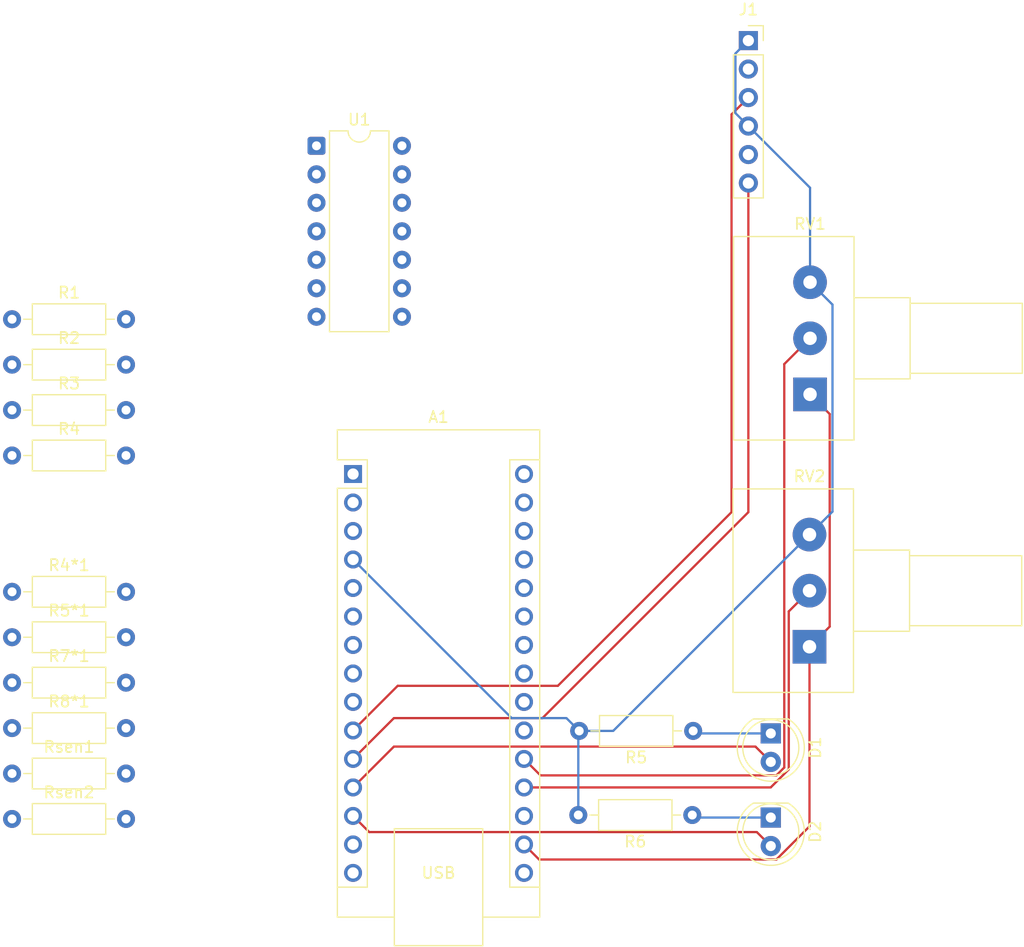
<source format=kicad_pcb>
(kicad_pcb (version 20241229) (generator "pcbnew") (generator_version "9.0")
  (title_block (title "Morphing wing PCB") (date "2025-03-15") (rev "v1") (comment 1 "Email: o.meszaros@student.unsw.edu.au") (comment 2 "zID: z5636164") (comment 3 "Designed by Oskar Meszaros"))
  (layers (0 "F.Cu" signal) (2 "B.Cu" signal) (13 "F.Paste" user) (15 "B.Paste" user) (5 "F.SilkS" user "F.Silkscreen") (7 "B.SilkS" user "B.Silkscreen") (1 "F.Mask" user) (3 "B.Mask" user) (25 "Edge.Cuts" user))
  (net 0 "")
  (net 3 "Net-(A1-D9)")
  (net 4 "Net-(A1-A0)")
  (net 8 "Net-(A1-+5V)")
  (net 10 "Net-(A1-A3)")
  (net 11 "/GND")
  (net 12 "Net-(A1-A1)")
  (net 13 "/PWM")
  (net 17 "/Vcc")
  (net 20 "Net-(A1-A2)")
  (net 21 "Net-(A1-D10)")
  (net 28 "Net-(D1-K)")
  (net 30 "Net-(D2-K)")
  (net 31 "Net-(U1A-+)")
  (net 32 "Net-(U1A--)")
  (net 33 "Net-(U1B-+)")
  (net 34 "Net-(U1B--)")
  (net 35 "Net-(A1-3V3)")
  (footprint "Resistor_THT:R_Axial_DIN0207_L6.3mm_D2.5mm_P10.16mm_Horizontal" (layer "F.Cu") (at 108.86 59.35)
    (property "Reference" "R2" (at 5.08 -2.37 0) (layer "F.SilkS"))
    (property "Value" "220")
    (fp_line (start 1.04 0) (end 1.81 0) (stroke (width 0.12)) (layer "F.SilkS"))
    (fp_line (start 1.81 -1.37) (end 1.81 1.37) (stroke (width 0.12)) (layer "F.SilkS"))
    (fp_line (start 1.81 1.37) (end 8.35 1.37) (stroke (width 0.12)) (layer "F.SilkS"))
    (fp_line (start 8.35 -1.37) (end 1.81 -1.37) (stroke (width 0.12)) (layer "F.SilkS"))
    (fp_line (start 8.35 1.37) (end 8.35 -1.37) (stroke (width 0.12)) (layer "F.SilkS"))
    (fp_line (start 9.12 0) (end 8.35 0) (stroke (width 0.12)) (layer "F.SilkS"))
    (pad "1" thru_hole circle (at 0 0) (size 1.6 1.6) (drill 0.8) (layers "*.Cu" "*.Mask") (net 8 "Net-(A1-+5V)"))
    (pad "2" thru_hole oval (at 10.16 0) (size 1.6 1.6) (drill 0.8) (layers "*.Cu" "*.Mask") (net 33 "Net-(U1B-+)"))
  )
  (footprint "LED_THT:LED_D5.0mm" (layer "F.Cu") (at 176.5 92.225 -90)
    (property "Reference" "D1" (at 1.27 -3.96 90) (layer "F.SilkS"))
    (property "Value" "LED")
    (fp_line (start -1.29 -1.545) (end -1.29 1.545) (stroke (width 0.12)) (layer "F.SilkS"))
    (fp_arc (start 4.26 0.000048) (mid 2.071756 2.880501) (end -1.29 1.54483) (stroke (width 0.12)) (layer "F.SilkS"))
    (fp_arc (start -1.29 -1.54483) (mid 2.071756 -2.880501) (end 4.26 -0.000048) (stroke (width 0.12)) (layer "F.SilkS"))
    (fp_circle (center 1.27 0) (end 3.77 0) (stroke (width 0.12)) (fill no) (layer "F.SilkS"))
    (pad "1" thru_hole rect (at 0 0 270) (size 1.8 1.8) (drill 0.9) (layers "*.Cu" "*.Mask") (net 28 "Net-(D1-K)"))
    (pad "2" thru_hole circle (at 2.54 0 270) (size 1.8 1.8) (drill 0.9) (layers "*.Cu" "*.Mask") (net 3 "Net-(A1-D9)"))
  )
  (footprint "Potentiometer_THT:Potentiometer_Alps_RK163_Single_Horizontal" (layer "F.Cu") (at 180 62 180)
    (property "Reference" "RV1" (at 0 15.2 0) (layer "F.SilkS"))
    (property "Value" "10k")
    (fp_line (start 6.82 14.07) (end 6.82 -4.07) (stroke (width 0.12)) (layer "F.SilkS"))
    (fp_line (start 6.82 14.07) (end -3.92 14.07) (stroke (width 0.12)) (layer "F.SilkS"))
    (fp_line (start 6.82 -4.07) (end -3.92 -4.07) (stroke (width 0.12)) (layer "F.SilkS"))
    (fp_line (start -3.92 14.07) (end -3.92 -4.07) (stroke (width 0.12)) (layer "F.SilkS"))
    (fp_line (start -3.92 8.62) (end -8.92 8.62) (stroke (width 0.12)) (layer "F.SilkS"))
    (fp_line (start -3.92 1.38) (end -8.92 1.38) (stroke (width 0.12)) (layer "F.SilkS"))
    (fp_line (start -8.92 8.62) (end -8.92 1.38) (stroke (width 0.12)) (layer "F.SilkS"))
    (fp_line (start -8.92 8.12) (end -18.92 8.12) (stroke (width 0.12)) (layer "F.SilkS"))
    (fp_line (start -8.92 1.88) (end -18.92 1.88) (stroke (width 0.12)) (layer "F.SilkS"))
    (fp_line (start -18.92 8.12) (end -18.92 1.88) (stroke (width 0.12)) (layer "F.SilkS"))
    (pad "1" thru_hole rect (at 0 0) (size 3 3) (drill 1.2) (layers "*.Cu" "*.Mask") (net 35 "Net-(A1-3V3)"))
    (pad "2" thru_hole circle (at 0 5) (size 3 3) (drill 1.2) (layers "*.Cu" "*.Mask") (net 12 "Net-(A1-A1)"))
    (pad "3" thru_hole circle (at 0 10) (size 3 3) (drill 1.2) (layers "*.Cu" "*.Mask") (net 11 "/GND"))
  )
  (footprint "Resistor_THT:R_Axial_DIN0207_L6.3mm_D2.5mm_P10.16mm_Horizontal" (layer "F.Cu") (at 108.86 99.85)
    (property "Reference" "Rsen2" (at 5.08 -2.37 0) (layer "F.SilkS"))
    (property "Value" "10k")
    (fp_line (start 1.04 0) (end 1.81 0) (stroke (width 0.12)) (layer "F.SilkS"))
    (fp_line (start 1.81 -1.37) (end 1.81 1.37) (stroke (width 0.12)) (layer "F.SilkS"))
    (fp_line (start 1.81 1.37) (end 8.35 1.37) (stroke (width 0.12)) (layer "F.SilkS"))
    (fp_line (start 8.35 -1.37) (end 1.81 -1.37) (stroke (width 0.12)) (layer "F.SilkS"))
    (fp_line (start 8.35 1.37) (end 8.35 -1.37) (stroke (width 0.12)) (layer "F.SilkS"))
    (fp_line (start 9.12 0) (end 8.35 0) (stroke (width 0.12)) (layer "F.SilkS"))
    (pad "1" thru_hole circle (at 0 0) (size 1.6 1.6) (drill 0.8) (layers "*.Cu" "*.Mask") (net 8 "Net-(A1-+5V)"))
    (pad "2" thru_hole oval (at 10.16 0) (size 1.6 1.6) (drill 0.8) (layers "*.Cu" "*.Mask") (net 17 "/Vcc"))
  )
  (footprint "Connector_PinSocket_2.54mm:PinSocket_1x06_P2.54mm_Vertical" (layer "F.Cu") (at 174.5 30.46)
    (property "Reference" "J1" (at 0 -2.77 0) (layer "F.SilkS"))
    (property "Value" "Servos")
    (fp_line (start -1.33 1.27) (end -1.33 14.03) (stroke (width 0.12)) (layer "F.SilkS"))
    (fp_line (start -1.33 1.27) (end 1.33 1.27) (stroke (width 0.12)) (layer "F.SilkS"))
    (fp_line (start -1.33 14.03) (end 1.33 14.03) (stroke (width 0.12)) (layer "F.SilkS"))
    (fp_line (start 0 -1.33) (end 1.33 -1.33) (stroke (width 0.12)) (layer "F.SilkS"))
    (fp_line (start 1.33 -1.33) (end 1.33 0) (stroke (width 0.12)) (layer "F.SilkS"))
    (fp_line (start 1.33 1.27) (end 1.33 14.03) (stroke (width 0.12)) (layer "F.SilkS"))
    (pad "1" thru_hole rect (at 0 0) (size 1.7 1.7) (drill 1) (layers "*.Cu" "*.Mask") (net 11 "/GND"))
    (pad "2" thru_hole oval (at 0 2.54) (size 1.7 1.7) (drill 1) (layers "*.Cu" "*.Mask") (net 17 "/Vcc"))
    (pad "3" thru_hole oval (at 0 5.08) (size 1.7 1.7) (drill 1) (layers "*.Cu" "*.Mask") (net 13 "/PWM"))
    (pad "4" thru_hole oval (at 0 7.62) (size 1.7 1.7) (drill 1) (layers "*.Cu" "*.Mask") (net 11 "/GND"))
    (pad "5" thru_hole oval (at 0 10.16) (size 1.7 1.7) (drill 1) (layers "*.Cu" "*.Mask") (net 17 "/Vcc"))
    (pad "6" thru_hole oval (at 0 12.7) (size 1.7 1.7) (drill 1) (layers "*.Cu" "*.Mask") (net 13 "/PWM"))
  )
  (footprint "Resistor_THT:R_Axial_DIN0207_L6.3mm_D2.5mm_P10.16mm_Horizontal" (layer "F.Cu") (at 108.86 79.6)
    (property "Reference" "R4*1" (at 5.08 -2.37 0) (layer "F.SilkS"))
    (property "Value" "220")
    (fp_line (start 1.04 0) (end 1.81 0) (stroke (width 0.12)) (layer "F.SilkS"))
    (fp_line (start 1.81 -1.37) (end 1.81 1.37) (stroke (width 0.12)) (layer "F.SilkS"))
    (fp_line (start 1.81 1.37) (end 8.35 1.37) (stroke (width 0.12)) (layer "F.SilkS"))
    (fp_line (start 8.35 -1.37) (end 1.81 -1.37) (stroke (width 0.12)) (layer "F.SilkS"))
    (fp_line (start 8.35 1.37) (end 8.35 -1.37) (stroke (width 0.12)) (layer "F.SilkS"))
    (fp_line (start 9.12 0) (end 8.35 0) (stroke (width 0.12)) (layer "F.SilkS"))
    (pad "1" thru_hole circle (at 0 0) (size 1.6 1.6) (drill 0.8) (layers "*.Cu" "*.Mask") (net 17 "/Vcc"))
    (pad "2" thru_hole oval (at 10.16 0) (size 1.6 1.6) (drill 0.8) (layers "*.Cu" "*.Mask") (net 32 "Net-(U1A--)"))
  )
  (footprint "Resistor_THT:R_Axial_DIN0207_L6.3mm_D2.5mm_P10.16mm_Horizontal" (layer "F.Cu") (at 108.86 67.45)
    (property "Reference" "R4" (at 5.08 -2.37 0) (layer "F.SilkS"))
    (property "Value" "1k")
    (fp_line (start 1.04 0) (end 1.81 0) (stroke (width 0.12)) (layer "F.SilkS"))
    (fp_line (start 1.81 -1.37) (end 1.81 1.37) (stroke (width 0.12)) (layer "F.SilkS"))
    (fp_line (start 1.81 1.37) (end 8.35 1.37) (stroke (width 0.12)) (layer "F.SilkS"))
    (fp_line (start 8.35 -1.37) (end 1.81 -1.37) (stroke (width 0.12)) (layer "F.SilkS"))
    (fp_line (start 8.35 1.37) (end 8.35 -1.37) (stroke (width 0.12)) (layer "F.SilkS"))
    (fp_line (start 9.12 0) (end 8.35 0) (stroke (width 0.12)) (layer "F.SilkS"))
    (pad "1" thru_hole circle (at 0 0) (size 1.6 1.6) (drill 0.8) (layers "*.Cu" "*.Mask") (net 33 "Net-(U1B-+)"))
    (pad "2" thru_hole oval (at 10.16 0) (size 1.6 1.6) (drill 0.8) (layers "*.Cu" "*.Mask") (net 11 "/GND"))
  )
  (footprint "Potentiometer_THT:Potentiometer_Alps_RK163_Single_Horizontal" (layer "F.Cu") (at 179.95 84.5 180)
    (property "Reference" "RV2" (at 0 15.2 0) (layer "F.SilkS"))
    (property "Value" "10k")
    (fp_line (start 6.82 14.07) (end 6.82 -4.07) (stroke (width 0.12)) (layer "F.SilkS"))
    (fp_line (start 6.82 14.07) (end -3.92 14.07) (stroke (width 0.12)) (layer "F.SilkS"))
    (fp_line (start 6.82 -4.07) (end -3.92 -4.07) (stroke (width 0.12)) (layer "F.SilkS"))
    (fp_line (start -3.92 14.07) (end -3.92 -4.07) (stroke (width 0.12)) (layer "F.SilkS"))
    (fp_line (start -3.92 8.62) (end -8.92 8.62) (stroke (width 0.12)) (layer "F.SilkS"))
    (fp_line (start -3.92 1.38) (end -8.92 1.38) (stroke (width 0.12)) (layer "F.SilkS"))
    (fp_line (start -8.92 8.62) (end -8.92 1.38) (stroke (width 0.12)) (layer "F.SilkS"))
    (fp_line (start -8.92 8.12) (end -18.92 8.12) (stroke (width 0.12)) (layer "F.SilkS"))
    (fp_line (start -8.92 1.88) (end -18.92 1.88) (stroke (width 0.12)) (layer "F.SilkS"))
    (fp_line (start -18.92 8.12) (end -18.92 1.88) (stroke (width 0.12)) (layer "F.SilkS"))
    (pad "1" thru_hole rect (at 0 0) (size 3 3) (drill 1.2) (layers "*.Cu" "*.Mask") (net 35 "Net-(A1-3V3)"))
    (pad "2" thru_hole circle (at 0 5) (size 3 3) (drill 1.2) (layers "*.Cu" "*.Mask") (net 4 "Net-(A1-A0)"))
    (pad "3" thru_hole circle (at 0 10) (size 3 3) (drill 1.2) (layers "*.Cu" "*.Mask") (net 11 "/GND"))
  )
  (footprint "Module:Arduino_Nano" (layer "F.Cu") (at 139.26 69.1)
    (property "Reference" "A1" (at 7.62 -5.08 0) (layer "F.SilkS"))
    (property "Value" "Arduino_Nano_v2.x")
    (fp_line (start -1.4 -3.94) (end -1.4 -1.27) (stroke (width 0.12)) (layer "F.SilkS"))
    (fp_line (start -1.4 1.27) (end -1.4 39.5) (stroke (width 0.12)) (layer "F.SilkS"))
    (fp_line (start -1.4 39.5) (end 3.68 39.5) (stroke (width 0.12)) (layer "F.SilkS"))
    (fp_line (start 1.27 -1.27) (end -1.4 -1.27) (stroke (width 0.12)) (layer "F.SilkS"))
    (fp_line (start 1.27 1.27) (end -1.4 1.27) (stroke (width 0.12)) (layer "F.SilkS"))
    (fp_line (start 1.27 1.27) (end 1.27 -1.27) (stroke (width 0.12)) (layer "F.SilkS"))
    (fp_line (start 1.27 1.27) (end 1.27 36.83) (stroke (width 0.12)) (layer "F.SilkS"))
    (fp_line (start 1.27 36.83) (end -1.4 36.83) (stroke (width 0.12)) (layer "F.SilkS"))
    (fp_line (start 3.68 31.62) (end 11.56 31.62) (stroke (width 0.12)) (layer "F.SilkS"))
    (fp_line (start 3.68 42.04) (end 3.68 31.62) (stroke (width 0.12)) (layer "F.SilkS"))
    (fp_line (start 11.56 31.62) (end 11.56 42.04) (stroke (width 0.12)) (layer "F.SilkS"))
    (fp_line (start 11.56 42.04) (end 3.68 42.04) (stroke (width 0.12)) (layer "F.SilkS"))
    (fp_line (start 13.97 -1.27) (end 13.97 36.83) (stroke (width 0.12)) (layer "F.SilkS"))
    (fp_line (start 13.97 -1.27) (end 16.64 -1.27) (stroke (width 0.12)) (layer "F.SilkS"))
    (fp_line (start 13.97 36.83) (end 16.64 36.83) (stroke (width 0.12)) (layer "F.SilkS"))
    (fp_line (start 16.64 -3.94) (end -1.4 -3.94) (stroke (width 0.12)) (layer "F.SilkS"))
    (fp_line (start 16.64 39.5) (end 11.56 39.5) (stroke (width 0.12)) (layer "F.SilkS"))
    (fp_line (start 16.64 39.5) (end 16.64 -3.94) (stroke (width 0.12)) (layer "F.SilkS"))
    (fp_text user "USB" (at 7.62 35.56 0) (layer "F.SilkS"))
    (pad "1" thru_hole rect (at 0 0) (size 1.6 1.6) (drill 1) (layers "*.Cu" "*.Mask"))
    (pad "2" thru_hole oval (at 0 2.54) (size 1.6 1.6) (drill 1) (layers "*.Cu" "*.Mask"))
    (pad "3" thru_hole oval (at 0 5.08) (size 1.6 1.6) (drill 1) (layers "*.Cu" "*.Mask"))
    (pad "4" thru_hole oval (at 0 7.62) (size 1.6 1.6) (drill 1) (layers "*.Cu" "*.Mask") (net 11 "/GND"))
    (pad "5" thru_hole oval (at 0 10.16) (size 1.6 1.6) (drill 1) (layers "*.Cu" "*.Mask"))
    (pad "6" thru_hole oval (at 0 12.7) (size 1.6 1.6) (drill 1) (layers "*.Cu" "*.Mask"))
    (pad "7" thru_hole oval (at 0 15.24) (size 1.6 1.6) (drill 1) (layers "*.Cu" "*.Mask"))
    (pad "8" thru_hole oval (at 0 17.78) (size 1.6 1.6) (drill 1) (layers "*.Cu" "*.Mask"))
    (pad "9" thru_hole oval (at 0 20.32) (size 1.6 1.6) (drill 1) (layers "*.Cu" "*.Mask"))
    (pad "10" thru_hole oval (at 0 22.86) (size 1.6 1.6) (drill 1) (layers "*.Cu" "*.Mask") (net 13 "/PWM"))
    (pad "11" thru_hole oval (at 0 25.4) (size 1.6 1.6) (drill 1) (layers "*.Cu" "*.Mask") (net 13 "/PWM"))
    (pad "12" thru_hole oval (at 0 27.94) (size 1.6 1.6) (drill 1) (layers "*.Cu" "*.Mask") (net 3 "Net-(A1-D9)"))
    (pad "13" thru_hole oval (at 0 30.48) (size 1.6 1.6) (drill 1) (layers "*.Cu" "*.Mask") (net 21 "Net-(A1-D10)"))
    (pad "14" thru_hole oval (at 0 33.02) (size 1.6 1.6) (drill 1) (layers "*.Cu" "*.Mask"))
    (pad "15" thru_hole oval (at 0 35.56) (size 1.6 1.6) (drill 1) (layers "*.Cu" "*.Mask"))
    (pad "16" thru_hole oval (at 15.24 35.56) (size 1.6 1.6) (drill 1) (layers "*.Cu" "*.Mask"))
    (pad "17" thru_hole oval (at 15.24 33.02) (size 1.6 1.6) (drill 1) (layers "*.Cu" "*.Mask") (net 35 "Net-(A1-3V3)"))
    (pad "18" thru_hole oval (at 15.24 30.48) (size 1.6 1.6) (drill 1) (layers "*.Cu" "*.Mask"))
    (pad "19" thru_hole oval (at 15.24 27.94) (size 1.6 1.6) (drill 1) (layers "*.Cu" "*.Mask") (net 4 "Net-(A1-A0)"))
    (pad "20" thru_hole oval (at 15.24 25.4) (size 1.6 1.6) (drill 1) (layers "*.Cu" "*.Mask") (net 12 "Net-(A1-A1)"))
    (pad "21" thru_hole oval (at 15.24 22.86) (size 1.6 1.6) (drill 1) (layers "*.Cu" "*.Mask") (net 20 "Net-(A1-A2)"))
    (pad "22" thru_hole oval (at 15.24 20.32) (size 1.6 1.6) (drill 1) (layers "*.Cu" "*.Mask") (net 10 "Net-(A1-A3)"))
    (pad "23" thru_hole oval (at 15.24 17.78) (size 1.6 1.6) (drill 1) (layers "*.Cu" "*.Mask"))
    (pad "24" thru_hole oval (at 15.24 15.24) (size 1.6 1.6) (drill 1) (layers "*.Cu" "*.Mask"))
    (pad "25" thru_hole oval (at 15.24 12.7) (size 1.6 1.6) (drill 1) (layers "*.Cu" "*.Mask"))
    (pad "26" thru_hole oval (at 15.24 10.16) (size 1.6 1.6) (drill 1) (layers "*.Cu" "*.Mask"))
    (pad "27" thru_hole oval (at 15.24 7.62) (size 1.6 1.6) (drill 1) (layers "*.Cu" "*.Mask") (net 8 "Net-(A1-+5V)"))
    (pad "28" thru_hole oval (at 15.24 5.08) (size 1.6 1.6) (drill 1) (layers "*.Cu" "*.Mask"))
    (pad "29" thru_hole oval (at 15.24 2.54) (size 1.6 1.6) (drill 1) (layers "*.Cu" "*.Mask"))
    (pad "30" thru_hole oval (at 15.24 0) (size 1.6 1.6) (drill 1) (layers "*.Cu" "*.Mask"))
  )
  (footprint "LED_THT:LED_D5.0mm" (layer "F.Cu") (at 176.5 99.725 -90)
    (property "Reference" "D2" (at 1.27 -3.96 90) (layer "F.SilkS"))
    (property "Value" "LED")
    (fp_line (start -1.29 -1.545) (end -1.29 1.545) (stroke (width 0.12)) (layer "F.SilkS"))
    (fp_arc (start 4.26 0.000048) (mid 2.071756 2.880501) (end -1.29 1.54483) (stroke (width 0.12)) (layer "F.SilkS"))
    (fp_arc (start -1.29 -1.54483) (mid 2.071756 -2.880501) (end 4.26 -0.000048) (stroke (width 0.12)) (layer "F.SilkS"))
    (fp_circle (center 1.27 0) (end 3.77 0) (stroke (width 0.12)) (fill no) (layer "F.SilkS"))
    (pad "1" thru_hole rect (at 0 0 270) (size 1.8 1.8) (drill 0.9) (layers "*.Cu" "*.Mask") (net 30 "Net-(D2-K)"))
    (pad "2" thru_hole circle (at 2.54 0 270) (size 1.8 1.8) (drill 0.9) (layers "*.Cu" "*.Mask") (net 21 "Net-(A1-D10)"))
  )
  (footprint "Package_DIP:DIP-14_W7.62mm" (layer "F.Cu") (at 136 39.84)
    (property "Reference" "U1" (at 3.81 -2.33 0) (layer "F.SilkS"))
    (property "Value" "LM324")
    (fp_line (start 1.16 -1.33) (end 1.16 16.57) (stroke (width 0.12)) (layer "F.SilkS"))
    (fp_line (start 1.16 16.57) (end 6.46 16.57) (stroke (width 0.12)) (layer "F.SilkS"))
    (fp_line (start 2.81 -1.33) (end 1.16 -1.33) (stroke (width 0.12)) (layer "F.SilkS"))
    (fp_line (start 6.46 -1.33) (end 4.81 -1.33) (stroke (width 0.12)) (layer "F.SilkS"))
    (fp_line (start 6.46 16.57) (end 6.46 -1.33) (stroke (width 0.12)) (layer "F.SilkS"))
    (fp_arc (start 4.81 -1.33) (mid 3.81 -0.33) (end 2.81 -1.33) (stroke (width 0.12)) (layer "F.SilkS"))
    (pad "1" thru_hole roundrect (at 0 0) (size 1.6 1.6) (drill 0.8) (layers "*.Cu" "*.Mask") (roundrect_rratio 0.15625) (net 10 "Net-(A1-A3)"))
    (pad "2" thru_hole circle (at 0 2.54) (size 1.6 1.6) (drill 0.8) (layers "*.Cu" "*.Mask") (net 32 "Net-(U1A--)"))
    (pad "3" thru_hole circle (at 0 5.08) (size 1.6 1.6) (drill 0.8) (layers "*.Cu" "*.Mask") (net 31 "Net-(U1A-+)"))
    (pad "4" thru_hole circle (at 0 7.62) (size 1.6 1.6) (drill 0.8) (layers "*.Cu" "*.Mask") (net 8 "Net-(A1-+5V)"))
    (pad "5" thru_hole circle (at 0 10.16) (size 1.6 1.6) (drill 0.8) (layers "*.Cu" "*.Mask") (net 33 "Net-(U1B-+)"))
    (pad "6" thru_hole circle (at 0 12.7) (size 1.6 1.6) (drill 0.8) (layers "*.Cu" "*.Mask") (net 34 "Net-(U1B--)"))
    (pad "7" thru_hole circle (at 0 15.24) (size 1.6 1.6) (drill 0.8) (layers "*.Cu" "*.Mask") (net 20 "Net-(A1-A2)"))
    (pad "8" thru_hole circle (at 7.62 15.24) (size 1.6 1.6) (drill 0.8) (layers "*.Cu" "*.Mask"))
    (pad "9" thru_hole circle (at 7.62 12.7) (size 1.6 1.6) (drill 0.8) (layers "*.Cu" "*.Mask"))
    (pad "10" thru_hole circle (at 7.62 10.16) (size 1.6 1.6) (drill 0.8) (layers "*.Cu" "*.Mask"))
    (pad "11" thru_hole circle (at 7.62 7.62) (size 1.6 1.6) (drill 0.8) (layers "*.Cu" "*.Mask") (net 11 "/GND"))
    (pad "12" thru_hole circle (at 7.62 5.08) (size 1.6 1.6) (drill 0.8) (layers "*.Cu" "*.Mask"))
    (pad "13" thru_hole circle (at 7.62 2.54) (size 1.6 1.6) (drill 0.8) (layers "*.Cu" "*.Mask"))
    (pad "14" thru_hole circle (at 7.62 0) (size 1.6 1.6) (drill 0.8) (layers "*.Cu" "*.Mask"))
  )
  (footprint "Resistor_THT:R_Axial_DIN0207_L6.3mm_D2.5mm_P10.16mm_Horizontal" (layer "F.Cu") (at 108.86 95.8)
    (property "Reference" "Rsen1" (at 5.08 -2.37 0) (layer "F.SilkS"))
    (property "Value" "10k")
    (fp_line (start 1.04 0) (end 1.81 0) (stroke (width 0.12)) (layer "F.SilkS"))
    (fp_line (start 1.81 -1.37) (end 1.81 1.37) (stroke (width 0.12)) (layer "F.SilkS"))
    (fp_line (start 1.81 1.37) (end 8.35 1.37) (stroke (width 0.12)) (layer "F.SilkS"))
    (fp_line (start 8.35 -1.37) (end 1.81 -1.37) (stroke (width 0.12)) (layer "F.SilkS"))
    (fp_line (start 8.35 1.37) (end 8.35 -1.37) (stroke (width 0.12)) (layer "F.SilkS"))
    (fp_line (start 9.12 0) (end 8.35 0) (stroke (width 0.12)) (layer "F.SilkS"))
    (pad "1" thru_hole circle (at 0 0) (size 1.6 1.6) (drill 0.8) (layers "*.Cu" "*.Mask") (net 8 "Net-(A1-+5V)"))
    (pad "2" thru_hole oval (at 10.16 0) (size 1.6 1.6) (drill 0.8) (layers "*.Cu" "*.Mask") (net 17 "/Vcc"))
  )
  (footprint "Resistor_THT:R_Axial_DIN0207_L6.3mm_D2.5mm_P10.16mm_Horizontal" (layer "F.Cu") (at 108.86 63.4)
    (property "Reference" "R3" (at 5.08 -2.37 0) (layer "F.SilkS"))
    (property "Value" "1k")
    (fp_line (start 1.04 0) (end 1.81 0) (stroke (width 0.12)) (layer "F.SilkS"))
    (fp_line (start 1.81 -1.37) (end 1.81 1.37) (stroke (width 0.12)) (layer "F.SilkS"))
    (fp_line (start 1.81 1.37) (end 8.35 1.37) (stroke (width 0.12)) (layer "F.SilkS"))
    (fp_line (start 8.35 -1.37) (end 1.81 -1.37) (stroke (width 0.12)) (layer "F.SilkS"))
    (fp_line (start 8.35 1.37) (end 8.35 -1.37) (stroke (width 0.12)) (layer "F.SilkS"))
    (fp_line (start 9.12 0) (end 8.35 0) (stroke (width 0.12)) (layer "F.SilkS"))
    (pad "1" thru_hole circle (at 0 0) (size 1.6 1.6) (drill 0.8) (layers "*.Cu" "*.Mask") (net 31 "Net-(U1A-+)"))
    (pad "2" thru_hole oval (at 10.16 0) (size 1.6 1.6) (drill 0.8) (layers "*.Cu" "*.Mask") (net 11 "/GND"))
  )
  (footprint "Resistor_THT:R_Axial_DIN0207_L6.3mm_D2.5mm_P10.16mm_Horizontal" (layer "F.Cu") (at 108.86 87.7)
    (property "Reference" "R7*1" (at 5.08 -2.37 0) (layer "F.SilkS"))
    (property "Value" "220")
    (fp_line (start 1.04 0) (end 1.81 0) (stroke (width 0.12)) (layer "F.SilkS"))
    (fp_line (start 1.81 -1.37) (end 1.81 1.37) (stroke (width 0.12)) (layer "F.SilkS"))
    (fp_line (start 1.81 1.37) (end 8.35 1.37) (stroke (width 0.12)) (layer "F.SilkS"))
    (fp_line (start 8.35 -1.37) (end 1.81 -1.37) (stroke (width 0.12)) (layer "F.SilkS"))
    (fp_line (start 8.35 1.37) (end 8.35 -1.37) (stroke (width 0.12)) (layer "F.SilkS"))
    (fp_line (start 9.12 0) (end 8.35 0) (stroke (width 0.12)) (layer "F.SilkS"))
    (pad "1" thru_hole circle (at 0 0) (size 1.6 1.6) (drill 0.8) (layers "*.Cu" "*.Mask") (net 17 "/Vcc"))
    (pad "2" thru_hole oval (at 10.16 0) (size 1.6 1.6) (drill 0.8) (layers "*.Cu" "*.Mask") (net 34 "Net-(U1B--)"))
  )
  (footprint "Resistor_THT:R_Axial_DIN0207_L6.3mm_D2.5mm_P10.16mm_Horizontal" (layer "F.Cu") (at 108.86 83.65)
    (property "Reference" "R5*1" (at 5.08 -2.37 0) (layer "F.SilkS"))
    (property "Value" "1k")
    (fp_line (start 1.04 0) (end 1.81 0) (stroke (width 0.12)) (layer "F.SilkS"))
    (fp_line (start 1.81 -1.37) (end 1.81 1.37) (stroke (width 0.12)) (layer "F.SilkS"))
    (fp_line (start 1.81 1.37) (end 8.35 1.37) (stroke (width 0.12)) (layer "F.SilkS"))
    (fp_line (start 8.35 -1.37) (end 1.81 -1.37) (stroke (width 0.12)) (layer "F.SilkS"))
    (fp_line (start 8.35 1.37) (end 8.35 -1.37) (stroke (width 0.12)) (layer "F.SilkS"))
    (fp_line (start 9.12 0) (end 8.35 0) (stroke (width 0.12)) (layer "F.SilkS"))
    (pad "1" thru_hole circle (at 0 0) (size 1.6 1.6) (drill 0.8) (layers "*.Cu" "*.Mask") (net 32 "Net-(U1A--)"))
    (pad "2" thru_hole oval (at 10.16 0) (size 1.6 1.6) (drill 0.8) (layers "*.Cu" "*.Mask") (net 10 "Net-(A1-A3)"))
  )
  (footprint "Resistor_THT:R_Axial_DIN0207_L6.3mm_D2.5mm_P10.16mm_Horizontal" (layer "F.Cu") (at 169.5 99.5 180)
    (property "Reference" "R6" (at 5.08 -2.37 0) (layer "F.SilkS"))
    (property "Value" "43")
    (fp_line (start 9.12 0) (end 8.35 0) (stroke (width 0.12)) (layer "F.SilkS"))
    (fp_line (start 8.35 1.37) (end 8.35 -1.37) (stroke (width 0.12)) (layer "F.SilkS"))
    (fp_line (start 8.35 -1.37) (end 1.81 -1.37) (stroke (width 0.12)) (layer "F.SilkS"))
    (fp_line (start 1.81 1.37) (end 8.35 1.37) (stroke (width 0.12)) (layer "F.SilkS"))
    (fp_line (start 1.81 -1.37) (end 1.81 1.37) (stroke (width 0.12)) (layer "F.SilkS"))
    (fp_line (start 1.04 0) (end 1.81 0) (stroke (width 0.12)) (layer "F.SilkS"))
    (pad "1" thru_hole circle (at 0 0 180) (size 1.6 1.6) (drill 0.8) (layers "*.Cu" "*.Mask") (net 30 "Net-(D2-K)"))
    (pad "2" thru_hole oval (at 10.16 0 180) (size 1.6 1.6) (drill 0.8) (layers "*.Cu" "*.Mask") (net 11 "/GND"))
  )
  (footprint "Resistor_THT:R_Axial_DIN0207_L6.3mm_D2.5mm_P10.16mm_Horizontal" (layer "F.Cu") (at 108.86 91.75)
    (property "Reference" "R8*1" (at 5.08 -2.37 0) (layer "F.SilkS"))
    (property "Value" "1k")
    (fp_line (start 1.04 0) (end 1.81 0) (stroke (width 0.12)) (layer "F.SilkS"))
    (fp_line (start 1.81 -1.37) (end 1.81 1.37) (stroke (width 0.12)) (layer "F.SilkS"))
    (fp_line (start 1.81 1.37) (end 8.35 1.37) (stroke (width 0.12)) (layer "F.SilkS"))
    (fp_line (start 8.35 -1.37) (end 1.81 -1.37) (stroke (width 0.12)) (layer "F.SilkS"))
    (fp_line (start 8.35 1.37) (end 8.35 -1.37) (stroke (width 0.12)) (layer "F.SilkS"))
    (fp_line (start 9.12 0) (end 8.35 0) (stroke (width 0.12)) (layer "F.SilkS"))
    (pad "1" thru_hole circle (at 0 0) (size 1.6 1.6) (drill 0.8) (layers "*.Cu" "*.Mask") (net 34 "Net-(U1B--)"))
    (pad "2" thru_hole oval (at 10.16 0) (size 1.6 1.6) (drill 0.8) (layers "*.Cu" "*.Mask") (net 20 "Net-(A1-A2)"))
  )
  (footprint "Resistor_THT:R_Axial_DIN0207_L6.3mm_D2.5mm_P10.16mm_Horizontal" (layer "F.Cu") (at 108.86 55.3)
    (property "Reference" "R1" (at 5.08 -2.37 0) (layer "F.SilkS"))
    (property "Value" "220")
    (fp_line (start 1.04 0) (end 1.81 0) (stroke (width 0.12)) (layer "F.SilkS"))
    (fp_line (start 1.81 -1.37) (end 1.81 1.37) (stroke (width 0.12)) (layer "F.SilkS"))
    (fp_line (start 1.81 1.37) (end 8.35 1.37) (stroke (width 0.12)) (layer "F.SilkS"))
    (fp_line (start 8.35 -1.37) (end 1.81 -1.37) (stroke (width 0.12)) (layer "F.SilkS"))
    (fp_line (start 8.35 1.37) (end 8.35 -1.37) (stroke (width 0.12)) (layer "F.SilkS"))
    (fp_line (start 9.12 0) (end 8.35 0) (stroke (width 0.12)) (layer "F.SilkS"))
    (pad "1" thru_hole circle (at 0 0) (size 1.6 1.6) (drill 0.8) (layers "*.Cu" "*.Mask") (net 8 "Net-(A1-+5V)"))
    (pad "2" thru_hole oval (at 10.16 0) (size 1.6 1.6) (drill 0.8) (layers "*.Cu" "*.Mask") (net 31 "Net-(U1A-+)"))
  )
  (footprint "Resistor_THT:R_Axial_DIN0207_L6.3mm_D2.5mm_P10.16mm_Horizontal" (layer "F.Cu") (at 169.58 92 180)
    (property "Reference" "R5" (at 5.08 -2.37 0) (layer "F.SilkS"))
    (property "Value" "43")
    (fp_line (start 9.12 0) (end 8.35 0) (stroke (width 0.12)) (layer "F.SilkS"))
    (fp_line (start 8.35 1.37) (end 8.35 -1.37) (stroke (width 0.12)) (layer "F.SilkS"))
    (fp_line (start 8.35 -1.37) (end 1.81 -1.37) (stroke (width 0.12)) (layer "F.SilkS"))
    (fp_line (start 1.81 1.37) (end 8.35 1.37) (stroke (width 0.12)) (layer "F.SilkS"))
    (fp_line (start 1.81 -1.37) (end 1.81 1.37) (stroke (width 0.12)) (layer "F.SilkS"))
    (fp_line (start 1.04 0) (end 1.81 0) (stroke (width 0.12)) (layer "F.SilkS"))
    (pad "1" thru_hole circle (at 0 0 180) (size 1.6 1.6) (drill 0.8) (layers "*.Cu" "*.Mask") (net 28 "Net-(D1-K)"))
    (pad "2" thru_hole oval (at 10.16 0 180) (size 1.6 1.6) (drill 0.8) (layers "*.Cu" "*.Mask") (net 11 "/GND"))
  )
  (segment (start 176.5 94.765) (end 175.134 93.399) (width 0.2) (layer "F.Cu") (net 3))
  (segment (start 175.134 93.399) (end 142.901 93.399) (width 0.2) (layer "F.Cu") (net 3))
  (segment (start 142.901 93.399) (end 139.26 97.04) (width 0.2) (layer "F.Cu") (net 3))
  (segment (start 178.102 81.348) (end 178.102 95.428571) (width 0.2) (layer "F.Cu") (net 4))
  (segment (start 176.490571 97.04) (end 154.5 97.04) (width 0.2) (layer "F.Cu") (net 4))
  (segment (start 178.102 95.428571) (end 176.490571 97.04) (width 0.2) (layer "F.Cu") (net 4))
  (segment (start 179.95 79.5) (end 178.102 81.348) (width 0.2) (layer "F.Cu") (net 4))
  (segment (start 173.349 36.929) (end 173.349 31.611) (width 0.2) (layer "B.Cu") (net 11))
  (segment (start 162.45 92) (end 179.95 74.5) (width 0.2) (layer "B.Cu") (net 11))
  (segment (start 174.5 38.08) (end 173.349 36.929) (width 0.2) (layer "B.Cu") (net 11))
  (segment (start 153.399 90.859) (end 139.26 76.72) (width 0.2) (layer "B.Cu") (net 11))
  (segment (start 159.34 92.08) (end 159.42 92) (width 0.2) (layer "B.Cu") (net 11))
  (segment (start 180 52) (end 180 43.58) (width 0.2) (layer "B.Cu") (net 11))
  (segment (start 159.34 99.5) (end 159.34 92.08) (width 0.2) (layer "B.Cu") (net 11))
  (segment (start 180 43.58) (end 174.5 38.08) (width 0.2) (layer "B.Cu") (net 11))
  (segment (start 159.42 92) (end 158.279 90.859) (width 0.2) (layer "B.Cu") (net 11))
  (segment (start 159.42 92) (end 162.45 92) (width 0.2) (layer "B.Cu") (net 11))
  (segment (start 179.95 74.5) (end 182 72.45) (width 0.2) (layer "B.Cu") (net 11))
  (segment (start 182 54) (end 180 52) (width 0.2) (layer "B.Cu") (net 11))
  (segment (start 173.349 31.611) (end 174.5 30.46) (width 0.2) (layer "B.Cu") (net 11))
  (segment (start 158.279 90.859) (end 153.399 90.859) (width 0.2) (layer "B.Cu") (net 11))
  (segment (start 182 72.45) (end 182 54) (width 0.2) (layer "B.Cu") (net 11))
  (segment (start 176.997471 95.966) (end 155.966 95.966) (width 0.2) (layer "F.Cu") (net 12))
  (segment (start 177.701 59.299) (end 177.701 95.262471) (width 0.2) (layer "F.Cu") (net 12))
  (segment (start 180 57) (end 177.701 59.299) (width 0.2) (layer "F.Cu") (net 12))
  (segment (start 177.701 95.262471) (end 176.997471 95.966) (width 0.2) (layer "F.Cu") (net 12))
  (segment (start 155.966 95.966) (end 154.5 94.5) (width 0.2) (layer "F.Cu") (net 12))
  (segment (start 173 37.04) (end 173 72.5) (width 0.2) (layer "F.Cu") (net 13))
  (segment (start 173 72.5) (end 157.519 87.981) (width 0.2) (layer "F.Cu") (net 13))
  (segment (start 143.239 87.981) (end 139.26 91.96) (width 0.2) (layer "F.Cu") (net 13))
  (segment (start 157.519 87.981) (end 143.239 87.981) (width 0.2) (layer "F.Cu") (net 13))
  (segment (start 174.5 35.54) (end 173 37.04) (width 0.2) (layer "F.Cu") (net 13))
  (segment (start 156.141 90.859) (end 142.901 90.859) (width 0.2) (layer "F.Cu") (net 13))
  (segment (start 174.5 72.5) (end 156.141 90.859) (width 0.2) (layer "F.Cu") (net 13))
  (segment (start 174.5 43.16) (end 174.5 72.5) (width 0.2) (layer "F.Cu") (net 13))
  (segment (start 142.901 90.859) (end 139.26 94.5) (width 0.2) (layer "F.Cu") (net 13))
  (segment (start 140.699 101.019) (end 139.26 99.58) (width 0.2) (layer "F.Cu") (net 21))
  (segment (start 176.5 102.265) (end 175.254 101.019) (width 0.2) (layer "F.Cu") (net 21))
  (segment (start 175.254 101.019) (end 140.699 101.019) (width 0.2) (layer "F.Cu") (net 21))
  (segment (start 176.275 92) (end 176.5 92.225) (width 0.2) (layer "F.Cu") (net 28))
  (segment (start 169.805 92.225) (end 169.58 92) (width 0.2) (layer "B.Cu") (net 28))
  (segment (start 176.5 92.225) (end 169.805 92.225) (width 0.2) (layer "B.Cu") (net 28))
  (segment (start 176.275 99.5) (end 176.5 99.725) (width 0.2) (layer "F.Cu") (net 30))
  (segment (start 169.725 99.725) (end 169.5 99.5) (width 0.2) (layer "B.Cu") (net 30))
  (segment (start 176.5 99.725) (end 169.725 99.725) (width 0.2) (layer "B.Cu") (net 30))
  (segment (start 176.997471 103.466) (end 155.846 103.466) (width 0.2) (layer "F.Cu") (net 35))
  (segment (start 155.846 103.466) (end 154.5 102.12) (width 0.2) (layer "F.Cu") (net 35))
  (segment (start 181.751 82.699) (end 181.751 63.751) (width 0.2) (layer "F.Cu") (net 35))
  (segment (start 179.95 84.5) (end 179.95 100.513471) (width 0.2) (layer "F.Cu") (net 35))
  (segment (start 179.95 100.513471) (end 176.997471 103.466) (width 0.2) (layer "F.Cu") (net 35))
  (segment (start 179.95 84.5) (end 181.751 82.699) (width 0.2) (layer "F.Cu") (net 35))
  (segment (start 181.751 63.751) (end 180 62) (width 0.2) (layer "F.Cu") (net 35))
)
</source>
